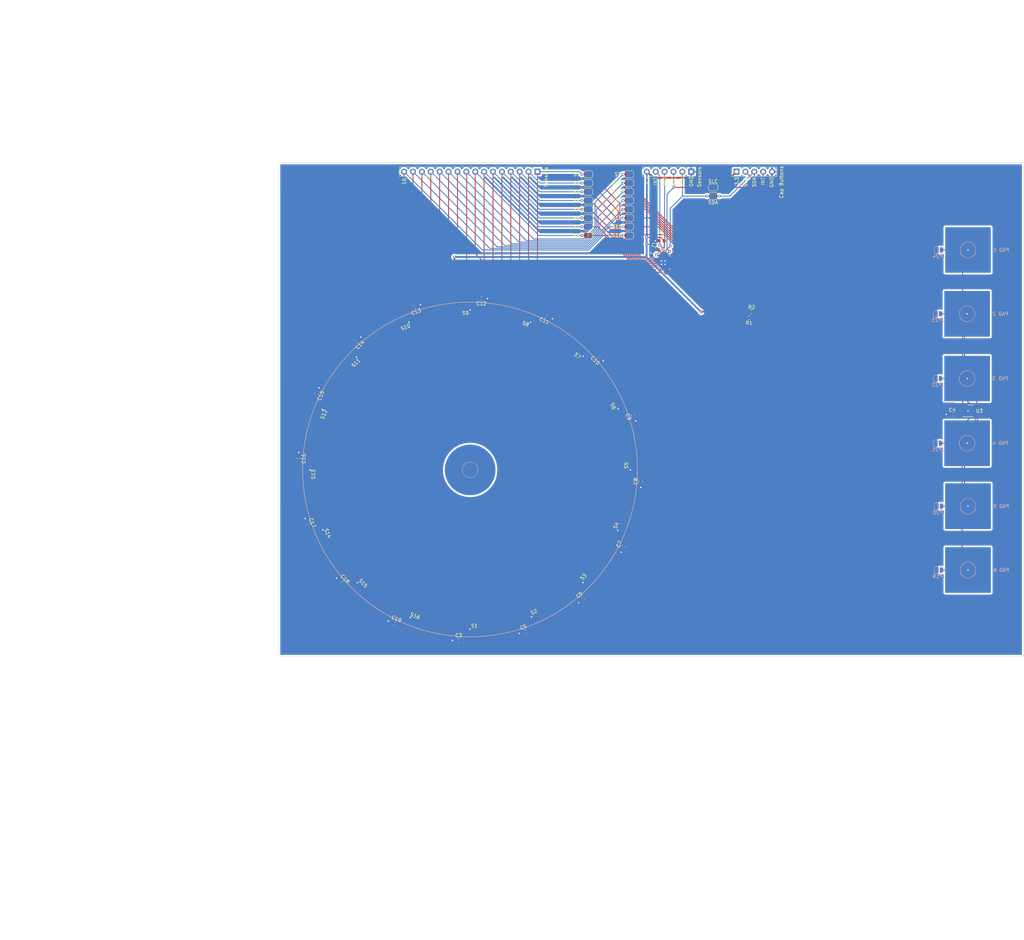
<source format=kicad_pcb>
(kicad_pcb (version 20211014) (generator pcbnew)
  (layers (0 "F.Cu" signal) (31 "B.Cu" signal) (34 "B.Paste" user) (35 "F.Paste" user) (36 "B.SilkS" user "B.Silkscreen") (37 "F.SilkS" user "F.Silkscreen") (38 "B.Mask" user) (39 "F.Mask" user) (44 "Edge.Cuts" user))
  (net 0 "")
  (net 1 "+3V3")
  (net 2 "GND")
  (net 3 "Net-(H2-Pad1)")
  (net 4 "Net-(H3-Pad1)")
  (net 5 "Net-(H4-Pad1)")
  (net 6 "Net-(H5-Pad1)")
  (net 7 "Net-(H6-Pad1)")
  (net 8 "Net-(J1-Pad1)")
  (net 9 "Net-(J1-Pad2)")
  (net 10 "Net-(J1-Pad3)")
  (net 11 "Net-(J1-Pad4)")
  (net 12 "Net-(J1-Pad5)")
  (net 13 "Net-(J1-Pad6)")
  (net 14 "Net-(J1-Pad7)")
  (net 15 "Net-(J1-Pad8)")
  (net 16 "Net-(J1-Pad9)")
  (net 17 "Net-(J1-Pad10)")
  (net 18 "Net-(J1-Pad11)")
  (net 19 "Net-(J1-Pad12)")
  (net 20 "Net-(J1-Pad13)")
  (net 21 "Net-(J1-Pad14)")
  (net 22 "Net-(J1-Pad15)")
  (net 23 "Net-(J1-Pad16)")
  (net 24 "Net-(J2-Pad2)")
  (net 25 "Net-(J2-Pad3)")
  (net 26 "Net-(J2-Pad4)")
  (net 27 "Net-(J2-Pad5)")
  (net 28 "Net-(J3-Pad2)")
  (net 29 "Net-(J3-Pad3)")
  (net 30 "Net-(J3-Pad4)")
  (net 31 "Net-(JP1-Pad2)")
  (net 32 "Net-(JP2-Pad1)")
  (net 33 "Net-(JP3-Pad2)")
  (net 34 "Net-(JP4-Pad1)")
  (net 35 "Net-(JP5-Pad2)")
  (net 36 "Net-(JP6-Pad1)")
  (net 37 "Net-(JP7-Pad2)")
  (net 38 "Net-(JP8-Pad1)")
  (net 39 "Net-(JP9-Pad2)")
  (net 40 "Net-(JP10-Pad1)")
  (net 41 "Net-(JP11-Pad2)")
  (net 42 "Net-(JP12-Pad1)")
  (net 43 "Net-(JP13-Pad2)")
  (net 44 "Net-(JP14-Pad1)")
  (net 45 "Net-(JP15-Pad2)")
  (net 46 "Net-(JP16-Pad1)")
  (net 47 "Net-(JP24-Pad2)")
  (footprint "Connector_PinHeader_2.54mm:PinHeader_1x16_P2.54mm_Vertical" (layer "F.Cu") (at 161.3 110 -90)
    (fp_text reference "Sensors")
    (fp_text value "Conn_01x16_Female")
  )
  (footprint "Capacitor_SMD:C_0603_1608Metric" (layer "F.Cu") (at 174.313552 231.983552 45)
    (fp_text reference "C6")
    (fp_text value "0.1 uF")
  )
  (footprint "AH3582-SA-7:SOT-23-AH3582-SA-7" (layer "F.Cu") (at 175.842462 161.277538 135)
    (fp_text reference "S7")
    (fp_text value "AH3582-SA-7")
  )
  (footprint "" (layer "F.Cu") (at 284.075 187.635)
    (fp_text reference "")
    (fp_text value "")
  )
  (footprint "Capacitor_SMD:C_0603_1608Metric" (layer "F.Cu") (at 190.85 198.52 90)
    (fp_text reference "C8")
    (fp_text value "0.1 uF")
  )
  (footprint "AH3582-SA-7:SOT-23-AH3582-SA-7" (layer "F.Cu") (at 160.316007 151.053993 157.5)
    (fp_text reference "S8")
    (fp_text value "AH3582-SA-7")
  )
  (footprint "Solder_Jumpers:SolderJumper-2_P1.3mm_Open_RoundedPad1.0x1.5mm" (layer "F.Cu") (at 211.5 114.5 180)
    (fp_text reference "SLC")
    (fp_text value "SolderJumper_2_Open")
  )
  (footprint "Solder_Jumpers:SolderJumper-2_P1.3mm_Bridged2Bar_RoundedPad1.0x1.5mm" (layer "F.Cu") (at 175.75 125.75)
    (fp_text reference "S7")
    (fp_text value "SolderJumper_2_Bridged")
  )
  (footprint "Capacitor_SMD:C_0603_1608Metric" (layer "F.Cu") (at 195 132.25 180)
    (fp_text reference "C2")
    (fp_text value "0.1uF")
  )
  (footprint "Capacitor_SMD:C_0603_1608Metric" (layer "F.Cu") (at 120.482175 239.159366 -22.5)
    (fp_text reference "C19")
    (fp_text value "0.1 uF")
  )
  (footprint "Capacitor_SMD:C_0603_1608Metric" (layer "F.Cu") (at 185.993476 217.045951 67.5)
    (fp_text reference "C7")
    (fp_text value "0.1 uF")
  )
  (footprint "Solder_Jumpers:SolderJumper-2_P1.3mm_Bridged2Bar_RoundedPad1.0x1.5mm" (layer "F.Cu") (at 175.75 113.25)
    (fp_text reference "S2")
    (fp_text value "SolderJumper_2_Bridged")
  )
  (footprint "AH3582-SA-7:SOT-23-AH3582-SA-7" (layer "F.Cu") (at 160.35 239.27 22.5)
    (fp_text reference "S2")
    (fp_text value "AH3582-SA-7")
  )
  (footprint "Capacitor_SMD:C_0603_1608Metric" (layer "F.Cu") (at 196.75 129.75 180)
    (fp_text reference "C1")
    (fp_text value "0.1uF")
  )
  (footprint "Solder_Jumpers:SolderJumper-2_P1.3mm_Bridged2Bar_RoundedPad1.0x1.5mm" (layer "F.Cu") (at 187.4 110.75 180)
    (fp_text reference "S9")
    (fp_text value "SolderJumper_2_Bridged")
  )
  (footprint "AH3582-SA-7:SOT-23-AH3582-SA-7" (layer "F.Cu") (at 142.025 147.27 180)
    (fp_text reference "S9")
    (fp_text value "AH3582-SA-7")
  )
  (footprint "Solder_Jumpers:SolderJumper-2_P1.3mm_Bridged2Bar_RoundedPad1.0x1.5mm" (layer "F.Cu") (at 175.75 110.75)
    (fp_text reference "S1")
    (fp_text value "SolderJumper_2_Bridged")
  )
  (footprint "" (layer "F.Cu") (at 284.325 223.885)
    (fp_text reference "")
    (fp_text value "")
  )
  (footprint "" (layer "F.Cu") (at 284.325 205.635)
    (fp_text reference "")
    (fp_text value "")
  )
  (footprint "Capacitor_SMD:C_0603_1608Metric" (layer "F.Cu") (at 93.1 192.02 -90)
    (fp_text reference "C16")
    (fp_text value "0.1 uF")
  )
  (footprint "AH3582-SA-7:SOT-23-AH3582-SA-7" (layer "F.Cu") (at 189.85 195.27 90)
    (fp_text reference "S5")
    (fp_text value "AH3582-SA-7")
  )
  (footprint "Resistor_SMD:R_0603_1608Metric" (layer "F.Cu") (at 222.5 150 180)
    (fp_text reference "R2")
    (fp_text value "10K")
  )
  (footprint "Solder_Jumpers:SolderJumper-2_P1.3mm_Bridged2Bar_RoundedPad1.0x1.5mm" (layer "F.Cu") (at 175.75 123.25)
    (fp_text reference "S6")
    (fp_text value "SolderJumper_2_Bridged")
  )
  (footprint "Solder_Jumpers:SolderJumper-2_P1.3mm_Bridged2Bar_RoundedPad1.0x1.5mm" (layer "F.Cu") (at 175.75 115.75)
    (fp_text reference "S3")
    (fp_text value "SolderJumper_2_Bridged")
  )
  (footprint "AH3582-SA-7:SOT-23-AH3582-SA-7" (layer "F.Cu") (at 186.35 177.02 112.5)
    (fp_text reference "S6")
    (fp_text value "AH3582-SA-7")
  )
  (footprint "Capacitor_SMD:C_0603_1608Metric" (layer "F.Cu") (at 105.301992 227.471992 -45)
    (fp_text reference "C18")
    (fp_text value "0.1 uF")
  )
  (footprint "Capacitor_SMD:C_0603_1608Metric" (layer "F.Cu") (at 109.6 158.52 -135)
    (fp_text reference "C14")
    (fp_text value "0.1 uF")
  )
  (footprint "Capacitor_SMD:C_0603_1608Metric" (layer "F.Cu") (at 126.1 148.77 -157.5)
    (fp_text reference "C13")
    (fp_text value "0.1 uF")
  )
  (footprint "Capacitor_SMD:C_0603_1608Metric" (layer "F.Cu") (at 98.1 173.52 -112.5)
    (fp_text reference "C15")
    (fp_text value "0.1 uF")
  )
  (footprint "Resistor_SMD:R_0603_1608Metric" (layer "F.Cu") (at 221.75 151.75)
    (fp_text reference "R1")
    (fp_text value "10K")
  )
  (footprint "AH3582-SA-7:SOT-23-AH3582-SA-7" (layer "F.Cu") (at 97.85 177.02 -112.5)
    (fp_text reference "S12")
    (fp_text value "AH3582-SA-7")
  )
  (footprint "AH3582-SA-7:SOT-23-AH3582-SA-7" (layer "F.Cu") (at 175.813552 228.983552 45)
    (fp_text reference "S3")
    (fp_text value "AH3582-SA-7")
  )
  (footprint "AH3582-SA-7:SOT-23-AH3582-SA-7" (layer "F.Cu") (at 94.1 195.27 -90)
    (fp_text reference "S13")
    (fp_text value "AH3582-SA-7")
  )
  (footprint "Solder_Jumpers:SolderJumper-2_P1.3mm_Bridged2Bar_RoundedPad1.0x1.5mm" (layer "F.Cu") (at 187.4 125.75 180)
    (fp_text reference "S15")
    (fp_text value "SolderJumper_2_Bridged")
  )
  (footprint "Solder_Jumpers:SolderJumper-2_P1.3mm_Open_RoundedPad1.0x1.5mm" (layer "F.Cu") (at 211.5 117 180)
    (fp_text reference "SDA")
    (fp_text value "SolderJumper_2_Open")
  )
  (footprint "Solder_Jumpers:SolderJumper-2_P1.3mm_Bridged2Bar_RoundedPad1.0x1.5mm" (layer "F.Cu") (at 187.4 120.75 180)
    (fp_text reference "S13")
    (fp_text value "SolderJumper_2_Bridged")
  )
  (footprint "Capacitor_SMD:C_0603_1608Metric" (layer "F.Cu") (at 188.6 179.52 112.5)
    (fp_text reference "C9")
    (fp_text value "0.1 uF")
  )
  (footprint "Solder_Jumpers:SolderJumper-2_P1.3mm_Bridged2Bar_RoundedPad1.0x1.5mm" (layer "F.Cu") (at 187.4 113.25 180)
    (fp_text reference "S10")
    (fp_text value "SolderJumper_2_Bridged")
  )
  (footprint "Connector_PinHeader_2.54mm:PinHeader_1x06_P2.54mm_Vertical" (layer "F.Cu") (at 205.25 110 -90)
    (fp_text reference "Sensors")
    (fp_text value "Conn_01x06_Female")
  )
  (footprint "KTS1622EUAA-TR:QFN50P400X400X80-25N" (layer "F.Cu") (at 197.25 136)
    (fp_text reference "U1")
    (fp_text value "KTS1622EUAA-TR")
  )
  (footprint "AH3582-SA-7:SOT-23-AH3582-SA-7" (layer "F.Cu") (at 108.1 161.52 -135)
    (fp_text reference "S11")
    (fp_text value "AH3582-SA-7")
  )
  (footprint "AH3582-SA-7:SOT-23-AH3582-SA-7" (layer "F.Cu") (at 123.6 151.02 -157.5)
    (fp_text reference "S10")
    (fp_text value "AH3582-SA-7")
  )
  (footprint "Solder_Jumpers:SolderJumper-2_P1.3mm_Bridged2Bar_RoundedPad1.0x1.5mm" (layer "F.Cu") (at 175.75 118.25)
    (fp_text reference "S4")
    (fp_text value "SolderJumper_2_Bridged")
  )
  (footprint "Solder_Jumpers:SolderJumper-2_P1.3mm_Bridged2Bar_RoundedPad1.0x1.5mm" (layer "F.Cu") (at 175.75 128.25)
    (fp_text reference "S8")
    (fp_text value "SolderJumper_2_Bridged")
  )
  (footprint "AH3582-SA-7:SOT-23-AH3582-SA-7" (layer "F.Cu") (at 142.025 243.02)
    (fp_text reference "S1")
    (fp_text value "AH3582-SA-7")
  )
  (footprint "Connector_PinHeader_2.54mm:PinHeader_1x05_P2.54mm_Vertical" (layer "F.Cu") (at 218.175 110 90)
    (fp_text reference "Cap Buttons")
    (fp_text value "Conn_01x05_Female")
  )
  (footprint "AH3582-SA-7:SOT-23-AH3582-SA-7" (layer "F.Cu") (at 108.35 229.02 -45)
    (fp_text reference "S15")
    (fp_text value "AH3582-SA-7")
  )
  (footprint "Solder_Jumpers:SolderJumper-2_P1.3mm_Bridged2Bar_RoundedPad1.0x1.5mm" (layer "F.Cu") (at 175.75 120.75)
    (fp_text reference "S5")
    (fp_text value "SolderJumper_2_Bridged")
  )
  (footprint "Capacitor_SMD:C_0603_1608Metric" (layer "F.Cu") (at 145.275 146.27 180)
    (fp_text reference "C12")
    (fp_text value "0.1 uF")
  )
  (footprint "Solder_Jumpers:SolderJumper-2_P1.3mm_Bridged2Bar_RoundedPad1.0x1.5mm" (layer "F.Cu") (at 187.4 128.25 180)
    (fp_text reference "S16")
    (fp_text value "SolderJumper_2_Bridged")
  )
  (footprint "Capacitor_SMD:C_0603_1608Metric" (layer "F.Cu") (at 138.775 244.02)
    (fp_text reference "C3")
    (fp_text value "0.1 uF")
  )
  (footprint "Solder_Jumpers:SolderJumper-2_P1.3mm_Bridged2Bar_RoundedPad1.0x1.5mm" (layer "F.Cu") (at 187.4 115.75 180)
    (fp_text reference "S11")
    (fp_text value "SolderJumper_2_Bridged")
  )
  (footprint "Solder_Jumpers:SolderJumper-2_P1.3mm_Bridged2Bar_RoundedPad1.0x1.5mm" (layer "F.Cu") (at 187.4 118.25 180)
    (fp_text reference "S12")
    (fp_text value "SolderJumper_2_Bridged")
  )
  (footprint "Solder_Jumpers:SolderJumper-2_P1.3mm_Bridged2Bar_RoundedPad1.0x1.5mm" (layer "F.Cu") (at 187.4 123.25 180)
    (fp_text reference "S14")
    (fp_text value "SolderJumper_2_Bridged")
  )
  (footprint "AH3582-SA-7:SOT-23-AH3582-SA-7" (layer "F.Cu") (at 123.948182 239.455946 -22.5)
    (fp_text reference "S16")
    (fp_text value "AH3582-SA-7")
  )
  (footprint "" (layer "F.Cu") (at 284.074998 150.635)
    (fp_text reference "")
    (fp_text value "")
  )
  (footprint "Capacitor_SMD:C_0603_1608Metric" (layer "F.Cu") (at 280.075 179.385 180)
    (fp_text reference "C4")
    (fp_text value "0.1uF")
  )
  (footprint "Capacitor_SMD:C_0603_1608Metric" (layer "F.Cu") (at 178.794454 162.97953 135)
    (fp_text reference "C10")
    (fp_text value "0.1 uF")
  )
  (footprint "Capacitor_SMD:C_0603_1608Metric" (layer "F.Cu") (at 157.85 241.52 22.5)
    (fp_text reference "C5")
    (fp_text value "0.1 uF")
  )
  (footprint "AH3582-SA-7:SOT-23-AH3582-SA-7" (layer "F.Cu") (at 97.948182 213.421818 -67.5)
    (fp_text reference "S14")
    (fp_text value "AH3582-SA-7")
  )
  (footprint "Capacitor_SMD:C_0603_1608Metric" (layer "F.Cu") (at 163.816007 151.303993 157.5)
    (fp_text reference "C11")
    (fp_text value "0.1 uF")
  )
  (footprint "" (layer "F.Cu") (at 284.075 169.135)
    (fp_text reference "")
    (fp_text value "")
  )
  (footprint "AH3582-SA-7:SOT-23-AH3582-SA-7" (layer "F.Cu") (at 186.243476 213.545951 67.5)
    (fp_text reference "S4")
    (fp_text value "AH3582-SA-7")
  )
  (footprint "Package_DFN_QFN:DFN-10-1EP_3x3mm_P0.5mm_EP1.55x2.48mm" (layer "F.Cu") (at 284.325 178.385)
    (fp_text reference "U3")
    (fp_text value "CAP1206-x-AIA")
  )
  (footprint "Capacitor_SMD:C_0603_1608Metric" (layer "F.Cu") (at 95.651602 210.955811 -67.5)
    (fp_text reference "C17")
    (fp_text value "0.1 uF")
  )
  (footprint "TestPoint:TestPoint_Pad_D4.0mm" (layer "B.Cu") (at 284.075 187.635 180)
    (fp_text reference "PAD 4")
    (fp_text value "TestPoint_Pad_D4.0mm")
  )
  (footprint "TestPoint:TestPoint_Pad_D4.0mm" (layer "B.Cu") (at 142.075 195.26 180)
    (fp_text reference "REF**" hide)
    (fp_text value "TestPoint_Pad_D4.0mm")
  )
  (footprint "Solder_Jumpers:SolderJumper-2_P1.3mm_Open_RoundedPad1.0x1.5mm" (layer "B.Cu") (at 275.825 169.135)
    (fp_text reference "JP22")
    (fp_text value "SolderJumper_2_Open")
  )
  (footprint "TestPoint:TestPoint_Pad_D4.0mm" (layer "B.Cu") (at 284.325 132.385 180)
    (fp_text reference "PAD 1")
    (fp_text value "TestPoint_Pad_D4.0mm")
  )
  (footprint "Solder_Jumpers:SolderJumper-2_P1.3mm_Open_RoundedPad1.0x1.5mm" (layer "B.Cu") (at 276.075 132.385)
    (fp_text reference "JP24")
    (fp_text value "SolderJumper_2_Open")
  )
  (footprint "Solder_Jumpers:SolderJumper-2_P1.3mm_Open_RoundedPad1.0x1.5mm" (layer "B.Cu") (at 276.075 205.635)
    (fp_text reference "JP20")
    (fp_text value "SolderJumper_2_Open")
  )
  (footprint "TestPoint:TestPoint_Pad_D4.0mm" (layer "B.Cu") (at 284.325 205.635 180)
    (fp_text reference "PAD 5")
    (fp_text value "TestPoint_Pad_D4.0mm")
  )
  (footprint "Solder_Jumpers:SolderJumper-2_P1.3mm_Open_RoundedPad1.0x1.5mm" (layer "B.Cu") (at 275.825 187.635)
    (fp_text reference "JP21")
    (fp_text value "SolderJumper_2_Open")
  )
  (footprint "Solder_Jumpers:SolderJumper-2_P1.3mm_Open_RoundedPad1.0x1.5mm" (layer "B.Cu") (at 275.825 150.635)
    (fp_text reference "JP23")
    (fp_text value "SolderJumper_2_Open")
  )
  (footprint "Solder_Jumpers:SolderJumper-2_P1.3mm_Open_RoundedPad1.0x1.5mm" (layer "B.Cu") (at 276.075 223.885)
    (fp_text reference "JP19")
    (fp_text value "SolderJumper_2_Open")
  )
  (footprint "TestPoint:TestPoint_Pad_D4.0mm" (layer "B.Cu") (at 284.074998 150.635 180)
    (fp_text reference "PAD 2")
    (fp_text value "TestPoint_Pad_D4.0mm")
  )
  (footprint "TestPoint:TestPoint_Pad_D4.0mm" (layer "B.Cu") (at 284.075 169.135 180)
    (fp_text reference "PAD 3")
    (fp_text value "TestPoint_Pad_D4.0mm")
  )
  (footprint "TestPoint:TestPoint_Pad_D4.0mm" (layer "B.Cu") (at 284.325 223.885 180)
    (fp_text reference "PAD 6")
    (fp_text value "TestPoint_Pad_D4.0mm")
  )
  (gr_circle (center 142.025 195.135) (end 189.85 195.27) (layer "B.SilkS") (width 0.15) (fill none))
  (gr_line (start 300.242281 107.408634) (end 87.328983 107.408634) (layer "Edge.Cuts") (width 0.1))
  (gr_line (start 87.325 248.635) (end 300.242281 248.635) (layer "Edge.Cuts") (width 0.1))
  (gr_line (start 87.328983 107.408634) (end 87.325 248.635) (layer "Edge.Cuts") (width 0.1))
  (gr_line (start 300.242281 107.408634) (end 300.242281 248.635) (layer "Edge.Cuts") (width 0.1))
  (gr_text "3.3" (at 192.5 112.75 90) (layer "F.SilkS") (effects (font (size 1 1))))
  (gr_text "SLC" (at 220.75 113 90) (layer "F.SilkS") (effects (font (size 1 1))))
  (gr_text "GND" (at 228.25 113 90) (layer "F.SilkS") (effects (font (size 1 1))))
  (gr_text "RST" (at 197.75 112.75 90) (layer "F.SilkS") (effects (font (size 1 1))))
  (gr_text "SDA" (at 202.75 113 90) (layer "F.SilkS") (effects (font (size 1 1))))
  (gr_text "16" (at 123.25 112.75 90) (layer "F.SilkS") (effects (font (size 1 1))))
  (gr_text "GND" (at 205.25 112.75 90) (layer "F.SilkS") (effects (font (size 1 1))))
  (gr_text "1" (at 161.5 112.75 90) (layer "F.SilkS") (effects (font (size 1 1))))
  (gr_text "SLC" (at 200.25 112.75 90) (layer "F.SilkS") (effects (font (size 1 1))))
  (gr_text "INT" (at 225.75 112.75 90) (layer "F.SilkS") (effects (font (size 1 1))))
  (gr_text "INT" (at 195 112.75 90) (layer "F.SilkS") (effects (font (size 1 1))))
  (gr_text "3.3" (at 218.25 112.75 90) (layer "F.SilkS") (effects (font (size 1 1))))
  (gr_text "SDA" (at 223.25 113 90) (layer "F.SilkS") (effects (font (size 1 1))))
  (segment (start 242.075 178.135) (end 279.6 178.135) (width 0.5) (layer "F.Cu") (net 1))
  (segment (start 162.540056 150.447469) (end 163.1 151.007413) (width 0.25) (layer "F.Cu") (net 1))
  (segment (start 163.1 151.11) (end 159.508673 154.701327) (width 0.25) (layer "F.Cu") (net 1))
  (segment (start 175.884263 230.397766) (end 175.884263 230.412841) (width 0.25) (layer "F.Cu") (net 1))
  (segment (start 196.5 132.975) (end 195.775 132.25) (width 0.25) (layer "F.Cu") (net 1))
  (segment (start 197.5 132.0246) (end 197.525 131.9996) (width 0.25) (layer "F.Cu") (net 1))
  (segment (start 93.05 194.32) (end 93.05 192.845) (width 0.25) (layer "F.Cu") (net 1))
  (segment (start 190.9 197.695) (end 190.85 197.745) (width 0.25) (layer "F.Cu") (net 1))
  (segment (start 208.21 150) (end 208.075 150.135) (width 0.5) (layer "F.Cu") (net 1))
  (segment (start 114.388595 164.448595) (end 124.814402 154.022788) (width 0.5) (layer "F.Cu") (net 1))
  (segment (start 196.5 134.03) (end 196.5 132.975) (width 0.25) (layer "F.Cu") (net 1))
  (segment (start 124.764196 149.686377) (end 125.383993 149.06658) (width 0.25) (layer "F.Cu") (net 1))
  (segment (start 195.775 132.25) (end 194.275 130.75) (width 0.25) (layer "F.Cu") (net 1))
  (segment (start 97.80342 174.248772) (end 101.507324 177.952676) (width 0.25) (layer "F.Cu") (net 1))
  (segment (start 178.246446 162.463554) (end 172.758673 167.951327) (width 0.25) (layer "F.Cu") (net 1))
  (segment (start 121.198182 239.455946) (end 122.062155 239.455946) (width 0.25) (layer "F.Cu") (net 1))
  (segment (start 187.683623 177.495868) (end 187.683623 178.184196) (width 0.25) (layer "F.Cu") (net 1))
  (segment (start 192.55 110) (end 194.3 111.75) (width 0.5) (layer "F.Cu") (net 1))
  (segment (start 158.830135 235.912518) (end 158.547482 235.912518) (width 0.5) (layer "F.Cu") (net 1))
  (segment (start 279.6 178.135) (end 280.85 179.385) (width 0.5) (layer "F.Cu") (net 1))
  (segment (start 174.86156 231.435544) (end 169.216326 225.79031) (width 0.25) (layer "F.Cu") (net 1))
  (segment (start 139.6 244.07) (end 139.55 244.02) (width 0.25) (layer "F.Cu") (net 1))
  (segment (start 220.925 150) (end 221.675 150) (width 0.5) (layer "F.Cu") (net 1))
  (segment (start 124.075868 149.686377) (end 124.764196 149.686377) (width 0.25) (layer "F.Cu") (net 1))
  (segment (start 186.85 214.825454) (end 186.85 215.77) (width 0.25) (layer "F.Cu") (net 1))
  (segment (start 216.425 111.75) (end 218.175 110) (width 0.5) (layer "F.Cu") (net 1))
  (segment (start 220.925 156.985) (end 242.075 178.135) (width 0.5) (layer "F.Cu") (net 1))
  (segment (start 105.85 228.02) (end 105.85 227.86) (width 0.25) (layer "F.Cu") (net 1))
  (segment (start 109.051992 159.111992) (end 114.388595 164.448595) (width 0.25) (layer "F.Cu") (net 1))
  (segment (start 194.3 111.75) (end 216.425 111.75) (width 0.5) (layer "F.Cu") (net 1))
  (segment (start 106.920711 229.090711) (end 105.85 228.02) (width 0.25) (layer "F.Cu") (net 1))
  (segment (start 108.029289 160.090711) (end 109.051992 159.068008) (width 0.25) (layer "F.Cu") (net 1))
  (segment (start 137.187212 154.022788) (end 137.575 153.635) (width 0.5) (layer "F.Cu") (net 1))
  (segment (start 124.814402 154.022788) (end 125.437212 154.022788) (width 0.5) (layer "F.Cu") (net 1))
  (segment (start 188.28028 178.827133) (end 182.767133 178.827133) (width 0.25) (layer "F.Cu") (net 1))
  (segment (start 125.120902 235.589098) (end 111.620902 222.089098) (width 0.5) (layer "F.Cu") (net 1))
  (segment (start 163.1 151.007413) (end 163.1 151.11) (width 0.25) (layer "F.Cu") (net 1))
  (segment (start 158.547482 241.204895) (end 158.547482 235.912518) (width 0.25) (layer "F.Cu") (net 1))
  (segment (start 125.383993 149.06658) (end 125.383993 153.969569) (width 0.25) (layer "F.Cu") (net 1))
  (segment (start 125.437212 154.022788) (end 137.187212 154.022788) (width 0.5) (layer "F.Cu") (net 1))
  (segment (start 111.620902 222.089098) (end 101.507324 211.97552) (width 0.5) (layer "F.Cu") (net 1))
  (segment (start 220.925 150) (end 208.21 150) (width 0.5) (layer "F.Cu") (net 1))
  (segment (start 194.275 130.75) (end 192.5 130.75) (width 0.25) (layer "F.Cu") (net 1))
  (segment (start 144.45 146.22) (end 144.5 146.27) (width 0.25) (layer "F.Cu") (net 1))
  (segment (start 97.243476 175.740497) (end 97.243476 174.795951) (width 0.25) (layer "F.Cu") (net 1))
  (segment (start 158.547482 235.912518) (end 139.547482 235.912518) (width 0.5) (layer "F.Cu") (net 1))
  (segment (start 144.5 153.985576) (end 144.462788 154.022788) (width 0.25) (layer "F.Cu") (net 1))
  (segment (start 196.5 128.75) (end 192.5 128.75) (width 0.25) (layer "F.Cu") (net 1))
  (segment (start 169.216326 225.79031) (end 169.216326 225.526326) (width 0.25) (layer "F.Cu") (net 1))
  (segment (start 186.290056 216.329944) (end 186.269944 216.329944) (width 0.25) (layer "F.Cu") (net 1))
  (segment (start 159.508673 154.701327) (end 172.758673 167.951327) (width 0.5) (layer "F.Cu") (net 1))
  (segment (start 93.05 192.845) (end 93.1 192.795) (width 0.25) (layer "F.Cu") (net 1))
  (segment (start 197.525 129.75) (end 197.5 129.75) (width 0.25) (layer "F.Cu") (net 1))
  (segment (start 141.075 244.07) (end 139.6 244.07) (width 0.25) (layer "F.Cu") (net 1))
  (segment (start 182.767133 177.959786) (end 182.767133 178.827133) (width 0.5) (layer "F.Cu") (net 1))
  (segment (start 97.80342 174.236007) (end 97.80342 174.248772) (width 0.25) (layer "F.Cu") (net 1))
  (segment (start 190.9 196.22) (end 190.9 197.695) (width 0.25) (layer "F.Cu") (net 1))
  (segment (start 93.1 192.795) (end 101.415 192.795) (width 0.25) (layer "F.Cu") (net 1))
  (segment (start 96.052676 211.567324) (end 101.507324 211.567324) (width 0.25) (layer "F.Cu") (net 1))
  (segment (start 137.187212 154.022788) (end 144.462788 154.022788) (width 0.5) (layer "F.Cu") (net 1))
  (segment (start 144.5 146.27) (end 144.5 153.985576) (width 0.25) (layer "F.Cu") (net 1))
  (segment (start 101.507324 177.329865) (end 114.388595 164.448595) (width 0.5) (layer "F.Cu") (net 1))
  (segment (start 159.874132 240.603623) (end 159.185804 240.603623) (width 0.25) (layer "F.Cu") (net 1))
  (segment (start 101.415 192.795) (end 101.507324 192.702676) (width 0.25) (layer "F.Cu") (net 1))
  (segment (start 139.55 235.915036) (end 139.547482 235.912518) (width 0.25) (layer "F.Cu") (net 1))
  (segment (start 197.525 131.9996) (end 197.525 129.75) (width 0.25) (layer "F.Cu") (net 1))
  (segment (start 179.383673 174.576327) (end 182.767133 177.959786) (width 0.5) (layer "F.Cu") (net 1))
  (segment (start 106.935786 229.090711) (end 106.920711 229.090711) (width 0.25) (layer "F.Cu") (net 1))
  (segment (start 197.5 129.75) (end 196.5 128.75) (width 0.25) (layer "F.Cu") (net 1))
  (segment (start 182.767133 197.692867) (end 182.767133 211.97552) (width 0.5) (layer "F.Cu") (net 1))
  (segment (start 122.062155 239.455946) (end 122.668679 240.06247) (width 0.25) (layer "F.Cu") (net 1))
  (segment (start 139.547482 235.912518) (end 125.444322 235.912518) (width 0.5) (layer "F.Cu") (net 1))
  (segment (start 187.683623 178.184196) (end 188.30342 178.803993) (width 0.25) (layer "F.Cu") (net 1))
  (segment (start 125.383993 153.969569) (end 125.437212 154.022788) (width 0.25) (layer "F.Cu") (net 1))
  (segment (start 137.575 153.635) (end 137.575 134.385) (width 0.5) (layer "F.Cu") (net 1))
  (segment (start 97.243476 174.795951) (end 97.80342 174.236007) (width 0.25) (layer "F.Cu") (net 1))
  (segment (start 142.975 146.22) (end 144.45 146.22) (width 0.25) (layer "F.Cu") (net 1))
  (segment (start 220.925 151.75) (end 220.925 150) (width 0.5) (layer "F.Cu") (net 1))
  (segment (start 178.246446 162.431522) (end 178.246446 162.463554) (width 0.25) (layer "F.Cu") (net 1))
  (segment (start 182.767133 178.827133) (end 182.767133 197.692867) (width 0.5) (layer "F.Cu") (net 1))
  (segment (start 139.55 244.02) (end 139.55 235.915036) (width 0.25) (layer "F.Cu") (net 1))
  (segment (start 108.029289 160.105786) (end 108.029289 160.090711) (width 0.25) (layer "F.Cu") (net 1))
  (segment (start 182.341326 212.401326) (end 169.216326 225.526326) (width 0.5) (layer "F.Cu") (net 1))
  (segment (start 125.444322 235.912518) (end 125.120902 235.589098) (width 0.5) (layer "F.Cu") (net 1))
  (segment (start 177.256676 161.441752) (end 178.246446 162.431522) (width 0.25) (layer "F.Cu") (net 1))
  (segment (start 144.462788 154.022788) (end 158.830135 154.022788) (width 0.5) (layer "F.Cu") (net 1))
  (segment (start 177.256676 161.206827) (end 177.256676 161.441752) (width 0.25) (layer "F.Cu") (net 1))
  (segment (start 159.185804 240.603623) (end 158.566007 241.22342) (width 0.25) (layer "F.Cu") (net 1))
  (segment (start 121.254054 239.455946) (end 125.120902 235.589098) (width 0.25) (layer "F.Cu") (net 1))
  (segment (start 220.925 151.75) (end 220.925 156.985) (width 0.5) (layer "F.Cu") (net 1))
  (segment (start 197.5 134.03) (end 197.5 132.0246) (width 0.25) (layer "F.Cu") (net 1))
  (segment (start 169.216326 225.526326) (end 158.830135 235.912518) (width 0.5) (layer "F.Cu") (net 1))
  (segment (start 101.507324 177.952676) (end 101.507324 177.329865) (width 0.5) (layer "F.Cu") (net 1))
  (segment (start 158.830135 154.022788) (end 159.508673 154.701327) (width 0.5) (layer "F.Cu") (net 1))
  (segment (start 124.814401 154.022788) (end 125.437212 154.022788) (width 0.5) (layer "F.Cu") (net 1))
  (segment (start 190.85 197.745) (end 182.819266 197.745) (width 0.25) (layer "F.Cu") (net 1))
  (segment (start 101.507324 211.97552) (end 101.507324 211.567324) (width 0.5) (layer "F.Cu") (net 1))
  (segment (start 172.758673 167.951327) (end 179.383673 174.576327) (width 0.5) (layer "F.Cu") (net 1))
  (segment (start 121.198182 239.455946) (end 121.254054 239.455946) (width 0.25) (layer "F.Cu") (net 1))
  (segment (start 101.507324 192.702676) (end 101.507324 177.952676) (width 0.5) (layer "F.Cu") (net 1))
  (segment (start 161.59551 150.447469) (end 162.540056 150.447469) (width 0.25) (layer "F.Cu") (net 1))
  (segment (start 182.819266 197.745) (end 182.767133 197.692867) (width 0.25) (layer "F.Cu") (net 1))
  (segment (start 175.884263 230.412841) (end 174.86156 231.435544) (width 0.25) (layer "F.Cu") (net 1))
  (segment (start 101.507324 211.567324) (end 101.507324 192.702676) (width 0.5) (layer "F.Cu") (net 1))
  (segment (start 105.85 227.86) (end 111.620902 222.089098) (width 0.25) (layer "F.Cu") (net 1))
  (segment (start 282.775 179.385) (end 280.85 179.385) (width 0.25) (layer "F.Cu") (net 1))
  (segment (start 182.767133 211.97552) (end 182.341326 212.401326) (width 0.5) (layer "F.Cu") (net 1))
  (segment (start 96.614559 212.94595) (end 96.614559 212.338195) (width 0.25) (layer "F.Cu") (net 1))
  (segment (start 96.614559 212.338195) (end 95.948182 211.671818) (width 0.25) (layer "F.Cu") (net 1))
  (segment (start 186.85 215.77) (end 186.290056 216.329944) (width 0.25) (layer "F.Cu") (net 1))
  (segment (start 186.269944 216.329944) (end 182.341326 212.401326) (width 0.25) (layer "F.Cu") (net 1))
  (via (at 192.5 130.75) (size 0.8) (drill 0.4) (layers "F.Cu" "B.Cu") (net 1))
  (via (at 137.575 134.385) (size 0.8) (drill 0.4) (layers "F.Cu" "B.Cu") (net 1))
  (via (at 208.075 150.135) (size 0.8) (drill 0.4) (layers "F.Cu" "B.Cu") (net 1))
  (via (at 192.5 128.75) (size 0.8) (drill 0.4) (layers "F.Cu" "B.Cu") (net 1))
  (segment (start 192.5 130.75) (end 192.5 133.56) (width 0.5) (layer "B.Cu") (net 1))
  (segment (start 192.55 128.7) (end 192.5 128.75) (width 0.5) (layer "B.Cu") (net 1))
  (segment (start 192.5 134.385) (end 137.575 134.385) (width 0.5) (layer "B.Cu") (net 1))
  (segment (start 192.55 110) (end 192.55 128.7) (width 0.5) (layer "B.Cu") (net 1))
  (segment (start 192.5 133.56) (end 192.5 134.56) (width 0.5) (layer "B.Cu") (net 1))
  (segment (start 192.5 134.56) (end 208.075 150.135) (width 0.5) (layer "B.Cu") (net 1))
  (segment (start 192.5 133.56) (end 192.5 134.385) (width 0.5) (layer "B.Cu") (net 1))
  (segment (start 192.5 130.75) (end 192.5 128.75) (width 0.5) (layer "B.Cu") (net 1))
  (segment (start 146.05 146.27) (end 147.025 146.27) (width 0.25) (layer "F.Cu") (net 2))
  (segment (start 159.914189 152.024067) (end 159.914189 152.455811) (width 0.25) (layer "F.Cu") (net 2))
  (segment (start 142.025 241.97) (end 142.025 240.77) (width 0.25) (layer "F.Cu") (net 2))
  (segment (start 98.39658 172.22342) (end 98.85 171.77) (width 0.25) (layer "F.Cu") (net 2))
  (segment (start 188.89658 180.81658) (end 189.35 181.27) (width 0.25) (layer "F.Cu") (net 2))
  (segment (start 195.975 129.75) (end 195 129.75) (width 0.25) (layer "F.Cu") (net 2))
  (segment (start 197 136.25) (end 197.25 136) (width 0.25) (layer "F.Cu") (net 2))
  (segment (start 198.5 134.75) (end 197.25 136) (width 0.25) (layer "F.Cu") (net 2))
  (segment (start 99.251818 177.421818) (end 99.85 178.02) (width 0.25) (layer "F.Cu") (net 2))
  (segment (start 159.948182 238.299926) (end 159.948182 237.618182) (width 0.25) (layer "F.Cu") (net 2))
  (segment (start 194.225 132.25) (end 194.225 132.85) (width 0.25) (layer "F.Cu") (net 2))
  (segment (start 185.696896 217.761958) (end 185.696896 218.342531) (width 0.25) (layer "F.Cu") (net 2))
  (segment (start 197.25 136) (end 196.75 136.5) (width 0.25) (layer "F.Cu") (net 2))
  (segment (start 142.025 148.32) (end 142.025 149.52) (width 0.25) (layer "F.Cu") (net 2))
  (segment (start 126.816007 148.47342) (end 127.39658 148.47342) (width 0.25) (layer "F.Cu") (net 2))
  (segment (start 194.225 132.85) (end 193.825 133.25) (width 0.25) (layer "F.Cu") (net 2))
  (segment (start 98.918256 213.02) (end 99.35 213.02) (width 0.25) (layer "F.Cu") (net 2))
  (segment (start 104.627609 226.923984) (end 103.911813 226.208188) (width 0.25) (layer "F.Cu") (net 2))
  (segment (start 185.273402 213.144133) (end 184.841658 213.144133) (width 0.25) (layer "F.Cu") (net 2))
  (segment (start 175.1 162.02) (end 174.342462 162.777538) (width 0.25) (layer "F.Cu") (net 2))
  (segment (start 157.133993 241.81658) (end 156.30342 241.81658) (width 0.25) (layer "F.Cu") (net 2))
  (segment (start 99.35 213.02) (end 99.948182 212.421818) (width 0.25) (layer "F.Cu") (net 2))
  (segment (start 279.3 179.385) (end 278.075 179.385) (width 0.25) (layer "F.Cu") (net 2))
  (segment (start 184.841658 213.144133) (end 184.243476 212.545951) (width 0.25) (layer "F.Cu") (net 2))
  (segment (start 124.001818 152.421818) (end 124.6 153.02) (width 0.25) (layer "F.Cu") (net 2))
  (segment (start 156.30342 241.81658) (end 156.1 242.02) (width 0.25) (layer "F.Cu") (net 2))
  (segment (start 197.25 136) (end 196.75 135.5) (width 0.25) (layer "F.Cu") (net 2))
  (segment (start 127.39658 148.47342) (end 127.85 148.02) (width 0.25) (layer "F.Cu") (net 2))
  (segment (start 108.842462 162.262462) (end 109.6 163.02) (width 0.25) (layer "F.Cu") (net 2))
  (segment (start 138 244.02) (end 137.025 244.02) (width 0.25) (layer "F.Cu") (net 2))
  (segment (start 110.148008 157.971992) (end 110.85 157.27) (width 0.25) (layer "F.Cu") (net 2))
  (segment (start 190.85 199.295) (end 190.85 200.27) (width 0.25) (layer "F.Cu") (net 2))
  (segment (start 159.948182 237.618182) (end 159.6 237.27) (width 0.25) (layer "F.Cu") (net 2))
  (segment (start 159.914189 152.455811) (end 159.316007 153.053993) (width 0.25) (layer "F.Cu") (net 2))
  (segment (start 173.765544 232.53156) (end 173.063552 233.233552) (width 0.25) (layer "F.Cu") (net 2))
  (segment (start 188.8 195.27) (end 187.85 195.27) (width 0.25) (layer "F.Cu") (net 2))
  (segment (start 104.753984 226.923984) (end 104.627609 226.923984) (width 0.25) (layer "F.Cu") (net 2))
  (segment (start 197 137.97) (end 197 136.25) (width 0.25) (layer "F.Cu") (net 2))
  (segment (start 119.105022 238.862786) (end 118.698182 238.455946) (width 0.25) (layer "F.Cu") (net 2))
  (segment (start 119.766168 238.862786) (end 119.105022 238.862786) (width 0.25) (layer "F.Cu") (net 2))
  (segment (start 199.22 134.75) (end 198.5 134.75) (width 0.25) (layer "F.Cu") (net 2))
  (segment (start 188.89658 180.236007) (end 188.89658 180.81658) (width 0.25) (layer "F.Cu") (net 2))
  (segment (start 98.820074 177.421818) (end 99.251818 177.421818) (width 0.25) (layer "F.Cu") (net 2))
  (segment (start 93.1 191.245) (end 93.1 190.27) (width 0.25) (layer "F.Cu") (net 2))
  (segment (start 95.15 195.27) (end 96.35 195.27) (width 0.25) (layer "F.Cu") (net 2))
  (segment (start 95.355022 209.578658) (end 94.948182 209.171818) (width 0.25) (layer "F.Cu") (net 2))
  (segment (start 124.35 238.054128) (end 124.948182 237.455946) (width 0.25) (layer "F.Cu") (net 2))
  (segment (start 124.35 238.485872) (end 124.35 238.054128) (width 0.25) (layer "F.Cu") (net 2))
  (segment (start 124.001818 151.990074) (end 124.001818 152.421818) (width 0.25) (layer "F.Cu") (net 2))
  (segment (start 109.092462 228.277538) (end 109.85 227.52) (width 0.25) (layer "F.Cu") (net 2))
  (segment (start 179.342462 163.527538) (end 179.821869 164.006945) (width 0.25) (layer "F.Cu") (net 2))
  (segment (start 185.379926 177.421818) (end 184.698182 177.421818) (width 0.25) (layer "F.Cu") (net 2))
  (segment (start 175.07109 228.24109) (end 174.313552 227.483552) (width 0.25) (layer "F.Cu") (net 2))
  (segment (start 98.39658 172.803993) (end 98.39658 172.22342) (width 0.25) (layer "F.Cu") (net 2))
  (segment (start 185.696896 218.342531) (end 185.243476 218.795951) (width 0.25) (layer "F.Cu") (net 2))
  (segment (start 165.112587 151.600573) (end 165.566007 152.053993) (width 0.25) (layer "F.Cu") (net 2))
  (segment (start 197.25 136) (end 197.75 136.5) (width 0.25) (layer "F.Cu") (net 2))
  (segment (start 164.532014 151.600573) (end 165.112587 151.600573) (width 0.25) (layer "F.Cu") (net 2))
  (segment (start 179.821869 164.006945) (end 180.092462 164.006945) (width 0.25) (layer "F.Cu") (net 2))
  (segment (start 184.698182 177.421818) (end 184.35 177.77) (width 0.25) (layer "F.Cu") (net 2))
  (segment (start 95.355022 210.239804) (end 95.355022 209.578658) (width 0.25) (layer "F.Cu") (net 2))
  (segment (start 197.25 136) (end 197.75 135.5) (width 0.25) (layer "F.Cu") (net 2))
  (via (at 109.85 227.52) (size 0.8) (drill 0.4) (layers "F.Cu" "B.Cu") (net 2))
  (via (at 124.948182 237.455946) (size 0.8) (drill 0.4) (layers "F.Cu" "B.Cu") (net 2))
  (via (at 165.566007 152.053993) (size 0.8) (drill 0.4) (layers "F.Cu" "B.Cu") (net 2))
  (via (at 94.948182 209.171818) (size 0.8) (drill 0.4) (layers "F.Cu" "B.Cu") (net 2))
  (via (at 193.825 133.25) (size 0.8) (drill 0.4) (layers "F.Cu" "B.Cu") (net 2))
  (via (at 173.063552 233.233552) (size 0.8) (drill 0.4) (layers "F.Cu" "B.Cu") (net 2))
  (via (at 142.025 149.52) (size 0.8) (drill 0.4) (layers "F.Cu" "B.Cu") (net 2))
  (via (at 96.35 195.27) (size 0.8) (drill 0.4) (layers "F.Cu" "B.Cu") (net 2))
  (via (at 180.092462 164.006945) (size 0.8) (drill 0.4) (layers "F.Cu" "B.Cu") (net 2))
  (via (at 187.85 195.27) (size 0.8) (drill 0.4) (layers "F.Cu" "B.Cu") (net 2))
  (via (at 127.85 148.02) (size 0.8) (drill 0.4) (layers "F.Cu" "B.Cu") (net 2))
  (via (at 197.75 136.5) (size 0.8) (drill 0.4) (layers "F.Cu" "B.Cu") (net 2))
  (via (at 98.85 171.77) (size 0.8) (drill 0.4) (layers "F.Cu" "B.Cu") (net 2))
  (via (at 189.35 181.27) (size 0.8) (drill 0.4) (layers "F.Cu" "B.Cu") (net 2))
  (via (at 103.911813 226.208188) (size 0.8) (drill 0.4) (layers "F.Cu" "B.Cu") (net 2))
  (via (at 278.075 179.385) (size 0.8) (drill 0.4) (layers "F.Cu" "B.Cu") (net 2))
  (via (at 174.342462 162.777538) (size 0.8) (drill 0.4) (layers "F.Cu" "B.Cu") (net 2))
  (via (at 137.025 244.02) (size 0.8) (drill 0.4) (layers "F.Cu" "B.Cu") (net 2))
  (via (at 284.325 178.385) (size 0.8) (drill 0.4) (layers "F.Cu" "B.Cu") (net 2))
  (via (at 110.85 157.27) (size 0.8) (drill 0.4) (layers "F.Cu" "B.Cu") (net 2))
  (via (at 195 129.75) (size 0.8) (drill 0.4) (layers "F.Cu" "B.Cu") (net 2))
  (via (at 197.75 135.5) (size 0.8) (drill 0.4) (layers "F.Cu" "B.Cu") (net 2))
  (via (at 196.75 135.5) (size 0.8) (drill 0.4) (layers "F.Cu" "B.Cu") (net 2))
  (via (at 124.6 153.02) (size 0.8) (drill 0.4) (layers "F.Cu" "B.Cu") (net 2))
  (via (at 184.35 177.77) (size 0.8) (drill 0.4) (layers "F.Cu" "B.Cu") (net 2))
  (via (at 93.1 190.27) (size 0.8) (drill 0.4) (layers "F.Cu" "B.Cu") (net 2))
  (via (at 196.75 136.5) (size 0.8) (drill 0.4) (layers "F.Cu" "B.Cu") (net 2))
  (via (at 142.025 240.77) (size 0.8) (drill 0.4) (layers "F.Cu" "B.Cu") (net 2))
  (via (at 109.6 163.02) (size 0.8) (drill 0.4) (layers "F.Cu" "B.Cu") (net 2))
  (via (at 147.025 146.27) (size 0.8) (drill 0.4) (layers "F.Cu" "B.Cu") (net 2))
  (via (at 118.698182 238.455946) (size 0.8) (drill 0.4) (layers "F.Cu" "B.Cu") (net 2))
  (via (at 159.316007 153.053993) (size 0.8) (drill 0.4) (layers "F.Cu" "B.Cu") (net 2))
  (via (at 156.1 242.02) (size 0.8) (drill 0.4) (layers "F.Cu" "B.Cu") (net 2))
  (via (at 184.243476 212.545951) (size 0.8) (drill 0.4) (layers "F.Cu" "B.Cu") (net 2))
  (via (at 190.85 200.27) (size 0.8) (drill 0.4) (layers "F.Cu" "B.Cu") (net 2))
  (via (at 174.313552 227.483552) (size 0.8) (drill 0.4) (layers "F.Cu" "B.Cu") (net 2))
  (via (at 159.6 237.27) (size 0.8) (drill 0.4) (layers "F.Cu" "B.Cu") (net 2))
  (via (at 185.243476 218.795951) (size 0.8) (drill 0.4) (layers "F.Cu" "B.Cu") (net 2))
  (via (at 99.948182 212.421818) (size 0.8) (drill 0.4) (layers "F.Cu" "B.Cu") (net 2))
  (via (at 99.85 178.02) (size 0.8) (drill 0.4) (layers "F.Cu" "B.Cu") (net 2))
  (segment (start 196.75 135.5) (end 197 135.75) (width 0.25) (layer "B.Cu") (net 2))
  (segment (start 283.350498 151.3595) (end 284.074998 150.635) (width 0.25) (layer "F.Cu") (net 3))
  (segment (start 283.350498 174.860498) (end 283.350498 151.3595) (width 0.25) (layer "F.Cu") (net 3))
  (segment (start 285.875 177.385) (end 283.350498 174.860498) (width 0.25) (layer "F.Cu") (net 3))
  (via (at 284.074998 150.635) (size 0.8) (drill 0.4) (layers "F.Cu" "B.Cu") (net 3))
  (segment (start 276.475 150.635) (end 284.074998 150.635) (width 0.25) (layer "B.Cu") (net 3))
  (segment (start 285.875 177.885) (end 286.575 177.885) (width 0.25) (layer "F.Cu") (net 4))
  (segment (start 286.825 171.884999) (end 284.074999 169.134998) (width 0.25) (layer "F.Cu") (net 4))
  (segment (start 286.825 177.635) (end 286.825 171.884999) (width 0.25) (layer "F.Cu") (net 4))
  (segment (start 286.575 177.885) (end 286.825 177.635) (width 0.25) (layer "F.Cu") (net 4))
  (via (at 284.074999 169.134998) (size 0.8) (drill 0.4) (layers "F.Cu" "B.Cu") (net 4))
  (segment (start 276.475 169.135) (end 284.075 169.135) (width 0.25) (layer "B.Cu") (net 4))
  (segment (start 286.634726 178.385) (end 287.075 178.825274) (width 0.25) (layer "F.Cu") (net 5))
  (segment (start 287.075 178.825274) (end 287.075 184.635) (width 0.25) (layer "F.Cu") (net 5))
  (segment (start 285.875 178.385) (end 286.634726 178.385) (width 0.25) (layer "F.Cu") (net 5))
  (segment (start 287.075 184.635) (end 284.075 187.635) (width 0.25) (layer "F.Cu") (net 5))
  (via (at 284.075 187.635) (size 0.8) (drill 0.4) (layers "F.Cu" "B.Cu") (net 5))
  (segment (start 276.475 187.635) (end 284.075 187.635) (width 0.25) (layer "B.Cu") (net 5))
  (segment (start 285.875 178.885) (end 286.325 178.885) (width 0.25) (layer "F.Cu") (net 6))
  (segment (start 283.325 185.385) (end 283.325 204.635) (width 0.25) (layer "F.Cu") (net 6))
  (segment (start 286.524511 179.084511) (end 286.524511 182.185489) (width 0.25) (layer "F.Cu") (net 6))
  (segment (start 286.524511 182.185489) (end 283.325 185.385) (width 0.25) (layer "F.Cu") (net 6))
  (segment (start 286.325 178.885) (end 286.524511 179.084511) (width 0.25) (layer "F.Cu") (net 6))
  (segment (start 283.325 204.635) (end 284.325 205.635) (width 0.25) (layer "F.Cu") (net 6))
  (via (at 284.325 205.635) (size 0.8) (drill 0.4) (layers "F.Cu" "B.Cu") (net 6))
  (segment (start 276.725 205.635) (end 284.325 205.635) (width 0.25) (layer "B.Cu") (net 6))
  (segment (start 282.625 222.185) (end 284.325 223.885) (width 0.25) (layer "F.Cu") (net 7))
  (segment (start 285.875 179.385) (end 282.625 182.635) (width 0.25) (layer "F.Cu") (net 7))
  (segment (start 282.625 182.635) (end 282.625 222.185) (width 0.25) (layer "F.Cu") (net 7))
  (via (at 284.325 223.885) (size 0.8) (drill 0.4) (layers "F.Cu" "B.Cu") (net 7))
  (segment (start 276.725 223.885) (end 284.325 223.885) (width 0.25) (layer "B.Cu") (net 7))
  (segment (start 142.975 244.07) (end 164.59 244.07) (width 0.25) (layer "F.Cu") (net 8))
  (segment (start 161.825 145.635) (end 161.3 145.11) (width 0.25) (layer "F.Cu") (net 8))
  (segment (start 194.025 172.885) (end 166.775 145.635) (width 0.25) (layer "F.Cu") (net 8))
  (segment (start 174 110.75) (end 175.1 110.75) (width 0.25) (layer "F.Cu") (net 8))
  (segment (start 164.59 244.07) (end 194.025 214.635) (width 0.25) (layer "F.Cu") (net 8))
  (segment (start 161.3 145.11) (end 161.3 110) (width 0.25) (layer "F.Cu") (net 8))
  (segment (start 166.775 145.635) (end 161.825 145.635) (width 0.25) (layer "F.Cu") (net 8))
  (segment (start 194.025 214.635) (end 194.025 172.885) (width 0.25) (layer "F.Cu") (net 8))
  (via (at 174 110.75) (size 0.8) (drill 0.4) (layers "F.Cu" "B.Cu") (net 8))
  (segment (start 173.25 110) (end 174 110.75) (width 0.25) (layer "B.Cu") (net 8))
  (segment (start 161.3 110) (end 173.25 110) (width 0.25) (layer "B.Cu") (net 8))
  (segment (start 160.024512 146.084512) (end 166.588808 146.084512) (width 0.25) (layer "F.Cu") (net 9))
  (segment (start 193.47579 172.971494) (end 193.47579 214.495204) (width 0.25) (layer "F.Cu") (net 9))
  (segment (start 193.47579 214.495204) (end 168.09447 239.876524) (width 0.25) (layer "F.Cu") (net 9))
  (segment (start 158.76 144.82) (end 160.024512 146.084512) (width 0.25) (layer "F.Cu") (net 9))
  (segment (start 168.09447 239.876524) (end 161.629503 239.876524) (width 0.25) (layer "F.Cu") (net 9))
  (segment (start 174 113.25) (end 175.1 113.25) (width 0.25) (layer "F.Cu") (net 9))
  (segment (start 166.588808 146.084512) (end 193.47579 172.971494) (width 0.25) (layer "F.Cu") (net 9))
  (segment (start 158.76 110) (end 158.76 144.82) (width 0.25) (layer "F.Cu") (net 9))
  (via (at 174 113.25) (size 0.8) (drill 0.4) (layers "F.Cu" "B.Cu") (net 9))
  (segment (start 158.76 110) (end 162.01 113.25) (width 0.25) (layer "B.Cu") (net 9))
  (segment (start 162.01 113.25) (end 174 113.25) (width 0.25) (layer "B.Cu") (net 9))
  (segment (start 174 115.75) (end 175.1 115.75) (width 0.25) (layer "F.Cu") (net 10))
  (segment (start 156.22 110) (end 156.22 142.915704) (width 0.25) (layer "F.Cu") (net 10))
  (segment (start 166.402614 146.534022) (end 192.845869 172.977277) (width 0.25) (layer "F.Cu") (net 10))
  (segment (start 156.22 142.915704) (end 159.838319 146.534023) (width 0.25) (layer "F.Cu") (net 10))
  (segment (start 192.845869 172.977277) (end 192.845869 213.43616) (width 0.25) (layer "F.Cu") (net 10))
  (segment (start 159.838319 146.534023) (end 166.402614 146.534022) (width 0.25) (layer "F.Cu") (net 10))
  (segment (start 192.845869 213.43616) (end 177.227766 229.054263) (width 0.25) (layer "F.Cu") (net 10))
  (via (at 174 115.75) (size 0.8) (drill 0.4) (layers "F.Cu" "B.Cu") (net 10))
  (segment (start 156.22 110) (end 161.97 115.75) (width 0.25) (layer "B.Cu") (net 10))
  (segment (start 161.97 115.75) (end 174 115.75) (width 0.25) (layer "B.Cu") (net 10))
  (segment (start 192.215948 172.98306) (end 192.215948 208.431234) (width 0.25) (layer "F.Cu") (net 11))
  (segment (start 159.652126 146.983534) (end 166.216423 146.983535) (width 0.25) (layer "F.Cu") (net 11))
  (segment (start 166.216423 146.983535) (end 192.215948 172.98306) (width 0.25) (layer "F.Cu") (net 11))
  (segment (start 153.68 110) (end 153.68 141.011408) (width 0.25) (layer "F.Cu") (net 11))
  (segment (start 153.68 141.011408) (end 159.652126 146.983534) (width 0.25) (layer "F.Cu") (net 11))
  (segment (start 174 118.25) (end 175.1 118.25) (width 0.25) (layer "F.Cu") (net 11))
  (segment (start 192.215948 208.431234) (end 187.577099 213.070083) (width 0.25) (layer "F.Cu") (net 11))
  (via (at 174 118.25) (size 0.8) (drill 0.4) (layers "F.Cu" "B.Cu") (net 11))
  (segment (start 153.68 110) (end 161.93 118.25) (width 0.25) (layer "B.Cu") (net 11))
  (segment (start 161.93 118.25) (end 174 118.25) (width 0.25) (layer "B.Cu") (net 11))
  (segment (start 151.14 139.107112) (end 159.465933 147.433045) (width 0.25) (layer "F.Cu") (net 12))
  (segment (start 166.030229 147.433045) (end 190.9 172.302816) (width 0.25) (layer "F.Cu") (net 12))
  (segment (start 174 120.75) (end 175.1 120.75) (width 0.25) (layer "F.Cu") (net 12))
  (segment (start 159.465933 147.433045) (end 166.030229 147.433045) (width 0.25) (layer "F.Cu") (net 12))
  (segment (start 151.14 110) (end 151.14 139.107112) (width 0.25) (layer "F.Cu") (net 12))
  (segment (start 190.9 172.302816) (end 190.9 194.32) (width 0.25) (layer "F.Cu") (net 12))
  (via (at 174 120.75) (size 0.8) (drill 0.4) (layers "F.Cu" "B.Cu") (net 12))
  (segment (start 161.89 120.75) (end 174 120.75) (width 0.25) (layer "B.Cu") (net 12))
  (segment (start 151.14 110) (end 161.89 120.75) (width 0.25) (layer "B.Cu") (net 12))
  (segment (start 186.956524 168.995044) (end 186.956524 175.740497) (width 0.25) (layer "F.Cu") (net 13))
  (segment (start 148.6 110) (end 148.6 137.202816) (width 0.25) (layer "F.Cu") (net 13))
  (segment (start 148.6 137.202816) (end 159.27974 147.882556) (width 0.25) (layer "F.Cu") (net 13))
  (segment (start 159.27974 147.882556) (end 165.844035 147.882555) (width 0.25) (layer "F.Cu") (net 13))
  (segment (start 165.844035 147.882555) (end 186.956524 168.995044) (width 0.25) (layer "F.Cu") (net 13))
  (segment (start 174 123.25) (end 175.1 123.25) (width 0.25) (layer "F.Cu") (net 13))
  (via (at 174 123.25) (size 0.8) (drill 0.4) (layers "F.Cu" "B.Cu") (net 13))
  (segment (start 161.85 123.25) (end 174 123.25) (width 0.25) (layer "B.Cu") (net 13))
  (segment (start 148.6 110) (end 161.85 123.25) (width 0.25) (layer "B.Cu") (net 13))
  (segment (start 174 125.75) (end 175.1 125.75) (width 0.25) (layer "F.Cu") (net 14))
  (segment (start 159.093546 148.332066) (end 146.06 135.29852) (width 0.25) (layer "F.Cu") (net 14))
  (segment (start 164.381915 148.332066) (end 159.093546 148.332066) (width 0.25) (layer "F.Cu") (net 14))
  (segment (start 175.913173 159.863324) (end 164.381915 148.332066) (width 0.25) (layer "F.Cu") (net 14))
  (segment (start 146.06 135.29852) (end 146.06 110) (width 0.25) (layer "F.Cu") (net 14))
  (via (at 174 125.75) (size 0.8) (drill 0.4) (layers "F.Cu" "B.Cu") (net 14))
  (segment (start 146.06 110) (end 161.81 125.75) (width 0.25) (layer "B.Cu") (net 14))
  (segment (start 161.81 125.75) (end 174 125.75) (width 0.25) (layer "B.Cu") (net 14))
  (segment (start 143.52 133.400231) (end 143.52 110) (width 0.25) (layer "F.Cu") (net 15))
  (segment (start 159.840139 149.72037) (end 143.52 133.400231) (width 0.25) (layer "F.Cu") (net 15))
  (segment (start 175.1 128.25) (end 174 128.25) (width 0.25) (layer "F.Cu") (net 15))
  (via (at 174 128.25) (size 0.8) (drill 0.4) (layers "F.Cu" "B.Cu") (net 15))
  (segment (start 143.52 110) (end 161.77 128.25) (width 0.25) (layer "B.Cu") (net 15))
  (segment (start 161.77 128.25) (end 174 128.25) (width 0.25) (layer "B.Cu") (net 15))
  (segment (start 141.075 146.22) (end 141.075 110.855) (width 0.25) (layer "F.Cu") (net 16))
  (segment (start 186.75 110.75) (end 185.75 110.75) (width 0.25) (layer "F.Cu") (net 16))
  (via (at 185.75 110.75) (size 0.8) (drill 0.4) (layers "F.Cu" "B.Cu") (net 16))
  (segment (start 185.75 110.75) (end 177.75 118.75) (width 0.25) (layer "B.Cu") (net 16))
  (segment (start 174.615346 129.25) (end 160.23 129.25) (width 0.25) (layer "B.Cu") (net 16))
  (segment (start 177.75 118.75) (end 177.75 126.115346) (width 0.25) (layer "B.Cu") (net 16))
  (segment (start 177.75 126.115346) (end 174.615346 129.25) (width 0.25) (layer "B.Cu") (net 16))
  (segment (start 160.23 129.25) (end 140.98 110) (width 0.25) (layer "B.Cu") (net 16))
  (segment (start 138.44 128.52) (end 122.320497 144.639503) (width 0.25) (layer "F.Cu") (net 17))
  (segment (start 138.44 110) (end 138.44 128.52) (width 0.25) (layer "F.Cu") (net 17))
  (segment (start 122.320497 144.639503) (end 122.320497 150.413476) (width 0.25) (layer "F.Cu") (net 17))
  (segment (start 186.75 113.25) (end 185.75 113.25) (width 0.25) (layer "F.Cu") (net 17))
  (via (at 185.75 113.25) (size 0.8) (drill 0.4) (layers "F.Cu" "B.Cu") (net 17))
  (segment (start 174.801539 129.699511) (end 158.139511 129.699511) (width 0.25) (layer "B.Cu") (net 17))
  (segment (start 185.75 113.25) (end 178.199511 120.800489) (width 0.25) (layer "B.Cu") (net 17))
  (segment (start 158.139511 129.699511) (end 138.44 110) (width 0.25) (layer "B.Cu") (net 17))
  (segment (start 178.199511 126.301539) (end 174.801539 129.699511) (width 0.25) (layer "B.Cu") (net 17))
  (segment (start 178.199511 120.800489) (end 178.199511 126.301539) (width 0.25) (layer "B.Cu") (net 17))
  (segment (start 135.9 130.31) (end 135.9 110) (width 0.25) (layer "F.Cu") (net 18))
  (segment (start 106.685786 161.449289) (end 106.685786 159.524214) (width 0.25) (layer "F.Cu") (net 18))
  (segment (start 186.75 115.75) (end 185.75 115.75) (width 0.25) (layer "F.Cu") (net 18))
  (segment (start 106.685786 159.524214) (end 135.9 130.31) (width 0.25) (layer "F.Cu") (net 18))
  (via (at 185.75 115.75) (size 0.8) (drill 0.4) (layers "F.Cu" "B.Cu") (net 18))
  (segment (start 135.9 110) (end 156.049021 130.149021) (width 0.25) (layer "B.Cu") (net 18))
  (segment (start 178.651467 122.848533) (end 185.75 115.75) (width 0.25) (layer "B.Cu") (net 18))
  (segment (start 156.049021 130.149021) (end 174.987733 130.149021) (width 0.25) (layer "B.Cu") (net 18))
  (segment (start 174.987733 130.149021) (end 178.651467 126.485287) (width 0.25) (layer "B.Cu") (net 18))
  (segment (start 178.651467 126.485287) (end 178.651467 122.848533) (width 0.25) (layer "B.Cu") (net 18))
  (segment (start 96.516377 177.495868) (end 96.133694 177.113185) (width 0.25) (layer "F.Cu") (net 19))
  (segment (start 186.75 118.25) (end 185.75 118.25) (width 0.25) (layer "F.Cu") (net 19))
  (segment (start 96.133694 169.326306) (end 133.36 132.1) (width 0.25) (layer "F.Cu") (net 19))
  (segment (start 133.36 132.1) (end 133.36 110) (width 0.25) (layer "F.Cu") (net 19))
  (segment (start 96.133694 177.113185) (end 96.133694 169.326306) (width 0.25) (layer "F.Cu") (net 19))
  (via (at 185.75 118.25) (size 0.8) (drill 0.4) (layers "F.Cu" "B.Cu") (net 19))
  (segment (start 179.100978 124.899022) (end 185.75 118.25) (width 0.25) (layer "B.Cu") (net 19))
  (segment (start 133.36 110) (end 153.958531 130.598531) (width 0.25) (layer "B.Cu") (net 19))
  (segment (start 179.100978 126.67148) (end 179.100978 124.899022) (width 0.25) (layer "B.Cu") (net 19))
  (segment (start 153.958531 130.598531) (end 175.173927 130.598531) (width 0.25) (layer "B.Cu") (net 19))
  (segment (start 175.173927 130.598531) (end 179.100978 126.67148) (width 0.25) (layer "B.Cu") (net 19))
  (segment (start 130.82 133.89) (end 130.82 110) (width 0.25) (layer "F.Cu") (net 20))
  (segment (start 91.825 172.885) (end 130.82 133.89) (width 0.25) (layer "F.Cu") (net 20))
  (segment (start 91.825 194.995) (end 91.825 172.885) (width 0.25) (layer "F.Cu") (net 20))
  (segment (start 93.05 196.22) (end 91.825 194.995) (width 0.25) (layer "F.Cu") (net 20))
  (segment (start 186.75 120.75) (end 185.75 120.75) (width 0.25) (layer "F.Cu") (net 20))
  (via (at 185.75 120.75) (size 0.8) (drill 0.4) (layers "F.Cu" "B.Cu") (net 20))
  (segment (start 151.868041 131.048041) (end 175.360121 131.048041) (width 0.25) (layer "B.Cu") (net 20))
  (segment (start 175.360121 131.048041) (end 185.658162 120.75) (width 0.25) (layer "B.Cu") (net 20))
  (segment (start 130.82 110) (end 151.868041 131.048041) (width 0.25) (layer "B.Cu") (net 20))
  (segment (start 185.658162 120.75) (end 185.75 120.75) (width 0.25) (layer "B.Cu") (net 20))
  (segment (start 97.341658 214.701321) (end 96.641321 214.701321) (width 0.25) (layer "F.Cu") (net 21))
  (segment (start 91.325 209.385) (end 91.325 172.635) (width 0.25) (layer "F.Cu") (net 21))
  (segment (start 186.75 123.25) (end 185.75 123.25) (width 0.25) (layer "F.Cu") (net 21))
  (segment (start 96.641321 214.701321) (end 91.325 209.385) (width 0.25) (layer "F.Cu") (net 21))
  (segment (start 91.325 172.635) (end 128.28 135.68) (width 0.25) (layer "F.Cu") (net 21))
  (segment (start 128.28 135.68) (end 128.28 110) (width 0.25) (layer "F.Cu") (net 21))
  (via (at 185.75 123.25) (size 0.8) (drill 0.4) (layers "F.Cu" "B.Cu") (net 21))
  (segment (start 149.777551 131.497551) (end 175.546315 131.497551) (width 0.25) (layer "B.Cu") (net 21))
  (segment (start 183.793866 123.25) (end 185.75 123.25) (width 0.25) (layer "B.Cu") (net 21))
  (segment (start 175.546315 131.497551) (end 183.793866 123.25) (width 0.25) (layer "B.Cu") (net 21))
  (segment (start 128.28 110) (end 149.777551 131.497551) (width 0.25) (layer "B.Cu") (net 21))
  (segment (start 186.75 125.75) (end 185.75 125.75) (width 0.25) (layer "F.Cu") (net 22))
  (segment (start 125.74 137.47) (end 125.74 110) (width 0.25) (layer "F.Cu") (net 22))
  (segment (start 106.874214 230.434214) (end 90.825 214.385) (width 0.25) (layer "F.Cu") (net 22))
  (segment (start 90.825 172.385) (end 125.74 137.47) (width 0.25) (layer "F.Cu") (net 22))
  (segment (start 108.279289 230.434214) (end 106.874214 230.434214) (width 0.25) (layer "F.Cu") (net 22))
  (segment (start 90.825 214.385) (end 90.825 172.385) (width 0.25) (layer "F.Cu") (net 22))
  (via (at 185.75 125.75) (size 0.8) (drill 0.4) (layers "F.Cu" "B.Cu") (net 22))
  (segment (start 175.732509 131.947061) (end 181.92957 125.75) (width 0.25) (layer "B.Cu") (net 22))
  (segment (start 181.92957 125.75) (end 185.75 125.75) (width 0.25) (layer "B.Cu") (net 22))
  (segment (start 147.687061 131.947061) (end 175.732509 131.947061) (width 0.25) (layer "B.Cu") (net 22))
  (segment (start 125.74 110) (end 147.687061 131.947061) (width 0.25) (layer "B.Cu") (net 22))
  (segment (start 123.2 139.26) (end 123.2 110) (width 0.25) (layer "F.Cu") (net 23))
  (segment (start 186.75 128.25) (end 185.914526 128.25) (width 0.25) (layer "F.Cu") (net 23))
  (segment (start 90.325 172.135) (end 123.2 139.26) (width 0.25) (layer "F.Cu") (net 23))
  (segment (start 117.325 241.635) (end 90.325 214.635) (width 0.25) (layer "F.Cu") (net 23))
  (segment (start 124.42405 240.789569) (end 123.578619 241.635) (width 0.25) (layer "F.Cu") (net 23))
  (segment (start 123.578619 241.635) (end 117.325 241.635) (width 0.25) (layer "F.Cu") (net 23))
  (segment (start 185.914526 128.25) (end 185.832263 128.167737) (width 0.25) (layer "F.Cu") (net 23))
  (segment (start 90.325 214.635) (end 90.325 172.135) (width 0.25) (layer "F.Cu") (net 23))
  (via (at 185.832263 128.167737) (size 0.8) (drill 0.4) (layers "F.Cu" "B.Cu") (net 23))
  (segment (start 180.147537 128.167737) (end 185.832263 128.167737) (width 0.25) (layer "B.Cu") (net 23))
  (segment (start 175.918703 132.396571) (end 180.147537 128.167737) (width 0.25) (layer "B.Cu") (net 23))
  (segment (start 123.2 110) (end 145.596571 132.396571) (width 0.25) (layer "B.Cu") (net 23))
  (segment (start 145.596571 132.396571) (end 175.918703 132.396571) (width 0.25) (layer "B.Cu") (net 23))
  (segment (start 198 134.03) (end 198 132.5) (width 0.25) (layer "F.Cu") (net 24))
  (segment (start 198 132.5) (end 199.25 131.25) (width 0.25) (layer "F.Cu") (net 24))
  (segment (start 209.75 117) (end 210.85 117) (width 0.25) (layer "F.Cu") (net 24))
  (via (at 209.75 117) (size 0.8) (drill 0.4) (layers "F.Cu" "B.Cu") (net 24))
  (via (at 199.25 131.25) (size 0.8) (drill 0.4) (layers "F.Cu" "B.Cu") (net 24))
  (segment (start 202.75 117) (end 202.75 110.04) (width 0.25) (layer "B.Cu") (net 24))
  (segment (start 199.25 120.5) (end 199.25 131.25) (width 0.25) (layer "B.Cu") (net 24))
  (segment (start 209.75 117) (end 202.75 117) (width 0.25) (layer "B.Cu") (net 24))
  (segment (start 202.75 110.04) (end 202.71 110) (width 0.25) (layer "B.Cu") (net 24))
  (segment (start 202.75 117) (end 199.25 120.5) (width 0.25) (layer "B.Cu") (net 24))
  (segment (start 198.5 133.25) (end 199 132.75) (width 0.25) (layer "F.Cu") (net 25))
  (segment (start 198.5 134.03) (end 198.5 133.25) (width 0.25) (layer "F.Cu") (net 25))
  (segment (start 210.85 114.5) (end 200.25 114.5) (width 0.25) (layer "F.Cu") (net 25))
  (via (at 199 132.75) (size 0.8) (drill 0.4) (layers "F.Cu" "B.Cu") (net 25))
  (via (at 200.25 114.5) (size 0.8) (drill 0.4) (layers "F.Cu" "B.Cu") (net 25))
  (segment (start 200.25 110.08) (end 200.25 114.5) (width 0.25) (layer "B.Cu") (net 25))
  (segment (start 198.300989 132.050989) (end 199 132.75) (width 0.25) (layer "B.Cu") (net 25))
  (segment (start 200.25 114.5) (end 198.300989 116.449011) (width 0.25) (layer "B.Cu") (net 25))
  (segment (start 198.300989 116.449011) (end 198.300989 132.050989) (width 0.25) (layer "B.Cu") (net 25))
  (segment (start 200.17 110) (end 200.25 110.08) (width 0.25) (layer "B.Cu") (net 25))
  (segment (start 195.53 134.03) (end 195.25 133.75) (width 0.25) (layer "F.Cu") (net 26))
  (segment (start 196 134.03) (end 195.53 134.03) (width 0.25) (layer "F.Cu") (net 26))
  (via (at 195.25 133.75) (size 0.8) (drill 0.4) (layers "F.Cu" "B.Cu") (net 26))
  (segment (start 195.25 133.75) (end 197.63 131.37) (width 0.25) (layer "B.Cu") (net 26))
  (segment (start 197.63 131.37) (end 197.63 110) (width 0.25) (layer "B.Cu") (net 26))
  (segment (start 197 134.03) (end 197 131.75) (width 0.25) (layer "F.Cu") (net 27))
  (segment (start 197 131.75) (end 196.25 131) (width 0.25) (layer "F.Cu") (net 27))
  (via (at 196.25 131) (size 0.8) (drill 0.4) (layers "F.Cu" "B.Cu") (net 27))
  (segment (start 196.25 111.16) (end 196.25 131) (width 0.25) (layer "B.Cu") (net 27))
  (segment (start 195.09 110) (end 196.25 111.16) (width 0.25) (layer "B.Cu") (net 27))
  (segment (start 222.575 114.575) (end 222.575 111.86) (width 0.25) (layer "F.Cu") (net 28))
  (segment (start 281.879568 178.885) (end 282.775 178.885) (width 0.25) (layer "F.Cu") (net 28))
  (segment (start 222.5 114.5) (end 222.575 114.575) (width 0.25) (layer "F.Cu") (net 28))
  (segment (start 212.15 114.5) (end 222.5 114.5) (width 0.25) (layer "F.Cu") (net 28))
  (segment (start 222.575 151.75) (end 222.575 157.135) (width 0.25) (layer "F.Cu") (net 28))
  (segment (start 222.575 151.75) (end 222.575 114.575) (width 0.25) (layer "F.Cu") (net 28))
  (segment (start 280.129568 177.135) (end 281.879568 178.885) (width 0.25) (layer "F.Cu") (net 28))
  (segment (start 222.575 111.86) (end 220.715 110) (width 0.25) (layer "F.Cu") (net 28))
  (segment (start 242.575 177.135) (end 280.129568 177.135) (width 0.25) (layer "F.Cu") (net 28))
  (segment (start 222.575 157.135) (end 242.575 177.135) (width 0.25) (layer "F.Cu") (net 28))
  (segment (start 223.325 150) (end 223.255 149.93) (width 0.25) (layer "F.Cu") (net 29))
  (segment (start 213.25 117) (end 212.15 117) (width 0.25) (layer "F.Cu") (net 29))
  (segment (start 282.775 178.385) (end 282.015272 178.385) (width 0.25) (layer "F.Cu") (net 29))
  (segment (start 282.015272 178.385) (end 280.265272 176.635) (width 0.25) (layer "F.Cu") (net 29))
  (segment (start 280.265272 176.635) (end 242.825 176.635) (width 0.25) (layer "F.Cu") (net 29))
  (segment (start 223.29952 150.02548) (end 223.325 150) (width 0.25) (layer "F.Cu") (net 29))
  (segment (start 223.29952 157.10952) (end 223.29952 150.02548) (width 0.25) (layer "F.Cu") (net 29))
  (segment (start 223.255 149.93) (end 223.255 110) (width 0.25) (layer "F.Cu") (net 29))
  (segment (start 242.825 176.635) (end 223.29952 157.10952) (width 0.25) (layer "F.Cu") (net 29))
  (via (at 213.25 117) (size 0.8) (drill 0.4) (layers "F.Cu" "B.Cu") (net 29))
  (segment (start 216.255 117) (end 213.25 117) (width 0.25) (layer "B.Cu") (net 29))
  (segment (start 223.255 110) (end 216.255 117) (width 0.25) (layer "B.Cu") (net 29))
  (segment (start 243.075 176.135) (end 280.400978 176.135) (width 0.25) (layer "F.Cu") (net 30))
  (segment (start 225.795 110) (end 225.795 158.855) (width 0.25) (layer "F.Cu") (net 30))
  (segment (start 225.795 158.855) (end 243.075 176.135) (width 0.25) (layer "F.Cu") (net 30))
  (segment (start 280.400978 176.135) (end 282.150978 177.885) (width 0.25) (layer "F.Cu") (net 30))
  (segment (start 282.150978 177.885) (end 282.775 177.885) (width 0.25) (layer "F.Cu") (net 30))
  (segment (start 184.848533 119.098533) (end 184.848533 128.208605) (width 0.25) (layer "F.Cu") (net 31))
  (segment (start 176.5 110.75) (end 184.848533 119.098533) (width 0.25) (layer "F.Cu") (net 31))
  (segment (start 191.389927 134.749999) (end 195.28 134.75) (width 0.25) (layer "F.Cu") (net 31))
  (segment (start 176.4 110.75) (end 176.5 110.75) (width 0.25) (layer "F.Cu") (net 31))
  (segment (start 184.848533 128.208605) (end 191.389927 134.749999) (width 0.25) (layer "F.Cu") (net 31))
  (segment (start 189.699511 115.563793) (end 203.396585 129.260867) (width 0.25) (layer "F.Cu") (net 32))
  (segment (start 203.396585 136.239132) (end 200.436197 139.19952) (width 0.25) (layer "F.Cu") (net 32))
  (segment (start 189.699511 112.399511) (end 189.699511 115.563793) (width 0.25) (layer "F.Cu") (net 32))
  (segment (start 197.948802 139.19952) (end 197.5 138.750718) (width 0.25) (layer "F.Cu") (net 32))
  (segment (start 197.5 138.750718) (end 197.5 137.97) (width 0.25) (layer "F.Cu") (net 32))
  (segment (start 200.436197 139.19952) (end 197.948802 139.19952) (width 0.25) (layer "F.Cu") (net 32))
  (segment (start 203.396585 129.260867) (end 203.396585 136.239132) (width 0.25) (layer "F.Cu") (net 32))
  (segment (start 188.05 110.75) (end 189.699511 112.399511) (width 0.25) (layer "F.Cu") (net 32))
  (segment (start 184.399023 128.394799) (end 191.254224 135.25) (width 0.25) (layer "F.Cu") (net 33))
  (segment (start 191.254224 135.25) (end 195.28 135.25) (width 0.25) (layer "F.Cu") (net 33))
  (segment (start 184.399023 121.249023) (end 184.399023 128.394799) (width 0.25) (layer "F.Cu") (net 33))
  (segment (start 176.4 113.25) (end 184.399023 121.249023) (width 0.25) (layer "F.Cu") (net 33))
  (segment (start 198.135 138.75) (end 198 138.615) (width 0.25) (layer "F.Cu") (net 34))
  (segment (start 200.25 138.75) (end 198.135 138.75) (width 0.25) (layer "F.Cu") (net 34))
  (segment (start 189.25 115.75) (end 202.947065 129.447065) (width 0.25) (layer "F.Cu") (net 34))
  (segment (start 188.05 113.25) (end 189.25 114.45) (width 0.25) (layer "F.Cu") (net 34))
  (segment (start 202.947065 129.447065) (end 202.947065 136.052935) (width 0.25) (layer "F.Cu") (net 34))
  (segment (start 189.25 114.45) (end 189.25 115.75) (width 0.25) (layer "F.Cu") (net 34))
  (segment (start 198 138.615) (end 198 137.97) (width 0.25) (layer "F.Cu") (net 34))
  (segment (start 202.947065 136.052935) (end 200.25 138.75) (width 0.25) (layer "F.Cu") (net 34))
  (segment (start 191.11852 135.75) (end 195.28 135.75) (width 0.25) (layer "F.Cu") (net 35))
  (segment (start 176.4 115.75) (end 183.949511 123.299511) (width 0.25) (layer "F.Cu") (net 35))
  (segment (start 183.949511 123.299511) (end 183.949513 128.580993) (width 0.25) (layer "F.Cu") (net 35))
  (segment (start 183.949513 128.580993) (end 191.11852 135.75) (width 0.25) (layer "F.Cu") (net 35))
  (segment (start 188.5 115.75) (end 202.497554 129.747554) (width 0.25) (layer "F.Cu") (net 36))
  (segment (start 200.221857 137.97) (end 198.5 137.97) (width 0.25) (layer "F.Cu") (net 36))
  (segment (start 202.497554 135.694303) (end 200.221857 137.97) (width 0.25) (layer "F.Cu") (net 36))
  (segment (start 188.05 115.75) (end 188.5 115.75) (width 0.25) (layer "F.Cu") (net 36))
  (segment (start 202.497554 129.747554) (end 202.497554 135.694303) (width 0.25) (layer "F.Cu") (net 36))
  (segment (start 183.500003 128.767187) (end 190.982816 136.25) (width 0.25) (layer "F.Cu") (net 37))
  (segment (start 176.4 118.25) (end 183.500001 125.350001) (width 0.25) (layer "F.Cu") (net 37))
  (segment (start 190.982816 136.25) (end 195.28 136.25) (width 0.25) (layer "F.Cu") (net 37))
  (segment (start 183.500001 125.350001) (end 183.500003 128.767187) (width 0.25) (layer "F.Cu") (net 37))
  (segment (start 200.306153 137.25) (end 199.22 137.25) (width 0.25) (layer "F.Cu") (net 38))
  (segment (start 188.05 118.25) (end 190.292816 118.25) (width 0.25) (layer "F.Cu") (net 38))
  (segment (start 202.048043 135.50811) (end 200.306153 137.25) (width 0.25) (layer "F.Cu") (net 38))
  (segment (start 190.292816 118.25) (end 202.048044 130.005228) (width 0.25) (layer "F.Cu") (net 38))
  (segment (start 202.048044 130.005228) (end 202.048043 135.50811) (width 0.25) (layer "F.Cu") (net 38))
  (segment (start 183.050491 127.400491) (end 183.050493 128.953381) (width 0.25) (layer "F.Cu") (net 39))
  (segment (start 190.847112 136.75) (end 195.28 136.75) (width 0.25) (layer "F.Cu") (net 39))
  (segment (start 183.050493 128.953381) (end 190.847112 136.75) (width 0.25) (layer "F.Cu") (net 39))
  (segment (start 176.4 120.75) (end 183.050491 127.400491) (width 0.25) (layer "F.Cu") (net 39))
  (segment (start 200.170449 136.75) (end 199.22 136.75) (width 0.25) (layer "F.Cu") (net 40))
  (segment (start 201.598532 135.321917) (end 200.170449 136.75) (width 0.25) (layer "F.Cu") (net 40))
  (segment (start 192.157112 120.75) (end 201.598533 130.191421) (width 0.25) (layer "F.Cu") (net 40))
  (segment (start 188.05 120.75) (end 192.157112 120.75) (width 0.25) (layer "F.Cu") (net 40))
  (segment (start 201.598533 130.191421) (end 201.598532 135.321917) (width 0.25) (layer "F.Cu") (net 40))
  (segment (start 182.575 129.113592) (end 190.711408 137.25) (width 0.25) (layer "F.Cu") (net 41))
  (segment (start 177.44 123.25) (end 182.575 128.385) (width 0.25) (layer "F.Cu") (net 41))
  (segment (start 190.711408 137.25) (end 195.28 137.25) (width 0.25) (layer "F.Cu") (net 41))
  (segment (start 182.575 128.385) (end 182.575 129.113592) (width 0.25) (layer "F.Cu") (net 41))
  (segment (start 176.4 123.25) (end 177.44 123.25) (width 0.25) (layer "F.Cu") (net 41))
  (segment (start 194.021408 123.25) (end 201.149022 130.377614) (width 0.25) (layer "F.Cu") (net 42))
  (segment (start 201.149021 135.135705) (end 200.034726 136.25) (width 0.25) (layer "F.Cu") (net 42))
  (segment (start 188.05 123.25) (end 194.021408 123.25) (width 0.25) (layer "F.Cu") (net 42))
  (segment (start 201.149022 130.377614) (end 201.149021 135.135705) (width 0.25) (layer "F.Cu") (net 42))
  (segment (start 200.034726 136.25) (end 199.22 136.25) (width 0.25) (layer "F.Cu") (net 42))
  (segment (start 176.4 125.75) (end 178.575704 125.75) (width 0.25) (layer "F.Cu") (net 43))
  (segment (start 178.575704 125.75) (end 190.795704 137.97) (width 0.25) (layer "F.Cu") (net 43))
  (segment (start 190.795704 137.97) (end 196 137.97) (width 0.25) (layer "F.Cu") (net 43))
  (segment (start 199.899022 135.75) (end 199.22 135.75) (width 0.25) (layer "F.Cu") (net 44))
  (segment (start 188.05 125.75) (end 195.885704 125.75) (width 0.25) (layer "F.Cu") (net 44))
  (segment (start 195.885704 125.75) (end 200.699511 130.563807) (width 0.25) (layer "F.Cu") (net 44))
  (segment (start 200.699511 130.563807) (end 200.69951 134.949512) (width 0.25) (layer "F.Cu") (net 44))
  (segment (start 200.69951 134.949512) (end 199.899022 135.75) (width 0.25) (layer "F.Cu") (net 44))
  (segment (start 180.44 128.25) (end 190.94 138.75) (width 0.25) (layer "F.Cu") (net 45))
  (segment (start 176.4 128.25) (end 180.44 128.25) (width 0.25) (layer "F.Cu") (net 45))
  (segment (start 190.94 138.75) (end 196.365 138.75) (width 0.25) (layer "F.Cu") (net 45))
  (segment (start 196.365 138.75) (end 196.5 138.615) (width 0.25) (layer "F.Cu") (net 45))
  (segment (start 196.5 138.615) (end 196.5 137.97) (width 0.25) (layer "F.Cu") (net 45))
  (segment (start 199.763318 135.25) (end 199.22 135.25) (width 0.25) (layer "F.Cu") (net 46))
  (segment (start 188.3 128) (end 197.5 128) (width 0.25) (layer "F.Cu") (net 46))
  (segment (start 197.5 128) (end 200.25 130.75) (width 0.25) (layer "F.Cu") (net 46))
  (segment (start 188.05 128.25) (end 188.3 128) (width 0.25) (layer "F.Cu") (net 46))
  (segment (start 200.25 130.75) (end 200.25 134.763318) (width 0.25) (layer "F.Cu") (net 46))
  (segment (start 200.25 134.763318) (end 199.763318 135.25) (width 0.25) (layer "F.Cu") (net 46))
  (segment (start 282.775 133.935) (end 284.325 132.385) (width 0.25) (layer "F.Cu") (net 47))
  (segment (start 282.775 177.385) (end 282.775 133.935) (width 0.25) (layer "F.Cu") (net 47))
  (via (at 284.325 132.385) (size 0.8) (drill 0.4) (layers "F.Cu" "B.Cu") (net 47))
  (segment (start 276.725 132.385) (end 284.325 132.385) (width 0.25) (layer "B.Cu") (net 47))
  (zone (net 2) (net_name "GND") (layer "B.Cu") (connect_pads (clearance 0.508)) (min_thickness 0.254) (fill yes (thermal_gap 0.508) (thermal_bridge_width 0.508))
    (polygon (pts (xy 300.325 248.635) (xy 87.325 248.635) (xy 87.325 107.385) (xy 300.325 107.385)))
  )
)
</source>
